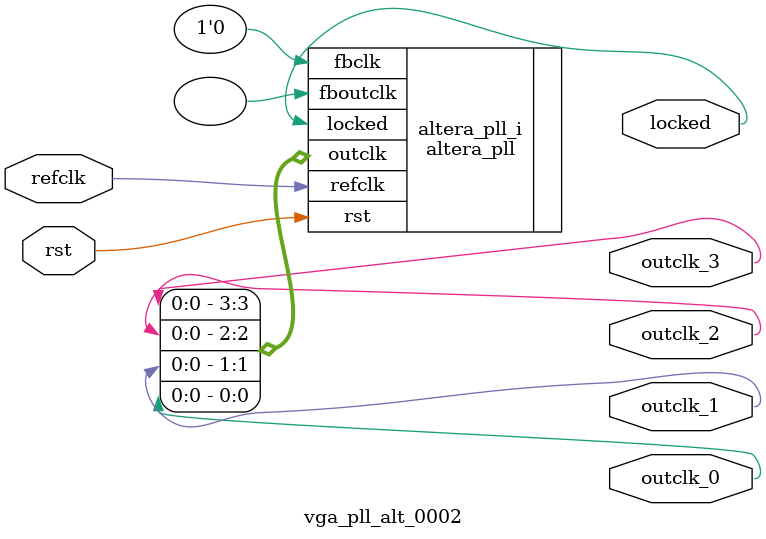
<source format=v>
`timescale 1ns/10ps
module  vga_pll_alt_0002(

	// interface 'refclk'
	input wire refclk,

	// interface 'reset'
	input wire rst,

	// interface 'outclk0'
	output wire outclk_0,

	// interface 'outclk1'
	output wire outclk_1,

	// interface 'outclk2'
	output wire outclk_2,

	// interface 'outclk3'
	output wire outclk_3,

	// interface 'locked'
	output wire locked
);

	altera_pll #(
		.fractional_vco_multiplier("true"),
		.reference_clock_frequency("50.0 MHz"),
		.operation_mode("normal"),
		.number_of_clocks(4),
		.output_clock_frequency0("25.174999 MHz"),
		.phase_shift0("0 ps"),
		.duty_cycle0(50),
		.output_clock_frequency1("39.983822 MHz"),
		.phase_shift1("0 ps"),
		.duty_cycle1(50),
		.output_clock_frequency2("75.524997 MHz"),
		.phase_shift2("0 ps"),
		.duty_cycle2(50),
		.output_clock_frequency3("151.049993 MHz"),
		.phase_shift3("0 ps"),
		.duty_cycle3(50),
		.output_clock_frequency4("0 MHz"),
		.phase_shift4("0 ps"),
		.duty_cycle4(50),
		.output_clock_frequency5("0 MHz"),
		.phase_shift5("0 ps"),
		.duty_cycle5(50),
		.output_clock_frequency6("0 MHz"),
		.phase_shift6("0 ps"),
		.duty_cycle6(50),
		.output_clock_frequency7("0 MHz"),
		.phase_shift7("0 ps"),
		.duty_cycle7(50),
		.output_clock_frequency8("0 MHz"),
		.phase_shift8("0 ps"),
		.duty_cycle8(50),
		.output_clock_frequency9("0 MHz"),
		.phase_shift9("0 ps"),
		.duty_cycle9(50),
		.output_clock_frequency10("0 MHz"),
		.phase_shift10("0 ps"),
		.duty_cycle10(50),
		.output_clock_frequency11("0 MHz"),
		.phase_shift11("0 ps"),
		.duty_cycle11(50),
		.output_clock_frequency12("0 MHz"),
		.phase_shift12("0 ps"),
		.duty_cycle12(50),
		.output_clock_frequency13("0 MHz"),
		.phase_shift13("0 ps"),
		.duty_cycle13(50),
		.output_clock_frequency14("0 MHz"),
		.phase_shift14("0 ps"),
		.duty_cycle14(50),
		.output_clock_frequency15("0 MHz"),
		.phase_shift15("0 ps"),
		.duty_cycle15(50),
		.output_clock_frequency16("0 MHz"),
		.phase_shift16("0 ps"),
		.duty_cycle16(50),
		.output_clock_frequency17("0 MHz"),
		.phase_shift17("0 ps"),
		.duty_cycle17(50),
		.pll_type("General"),
		.pll_subtype("General")
	) altera_pll_i (
		.rst	(rst),
		.outclk	({outclk_3, outclk_2, outclk_1, outclk_0}),
		.locked	(locked),
		.fboutclk	( ),
		.fbclk	(1'b0),
		.refclk	(refclk)
	);
endmodule


</source>
